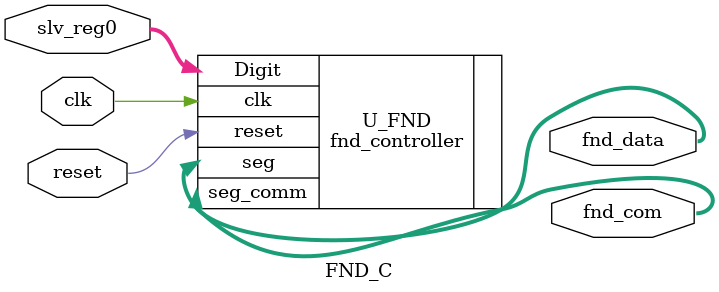
<source format=v>
`timescale 1ns / 1ps

module FND_C(
    input clk, 
    input reset,
    input  [7:0] slv_reg0,
    output [7:0] fnd_data,
    output [3:0] fnd_com
    );

    fnd_controller U_FND(
    .clk(clk), 
    .reset(reset),
    .Digit(slv_reg0),
    .seg(fnd_data),
    .seg_comm(fnd_com)
);
endmodule
</source>
